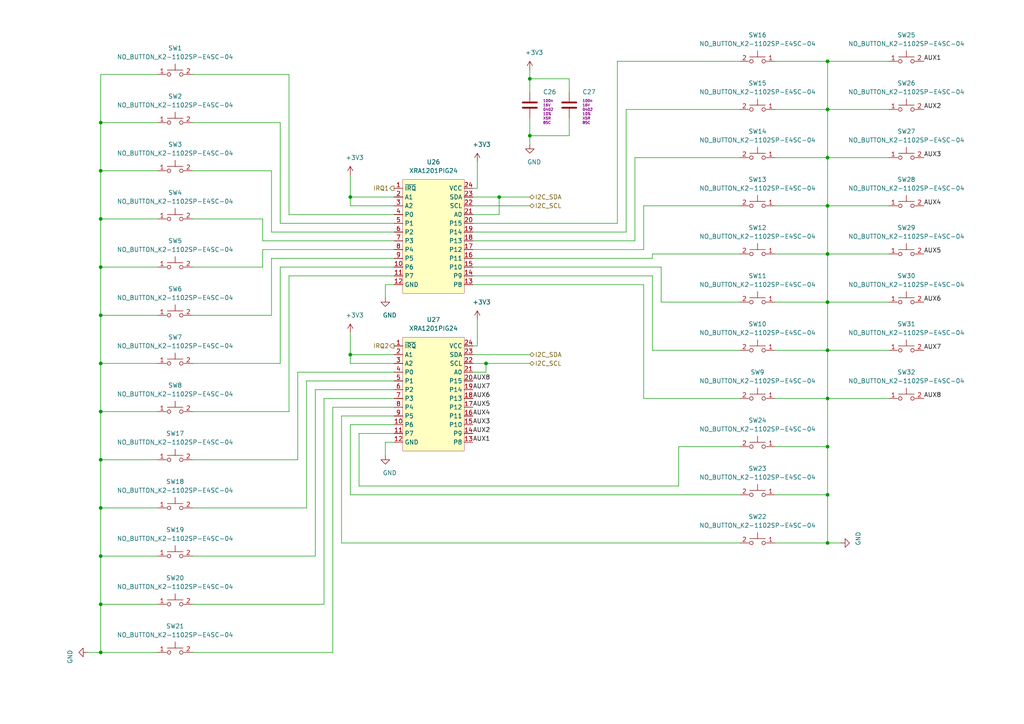
<source format=kicad_sch>
(kicad_sch (version 20201015) (generator eeschema)
  (paper "A4")
  (lib_symbols
    (symbol "jer_Samsung_MLCC_0402:C,100n,16V,0402,10%,X5R,85C" (pin_numbers hide) (pin_names (offset 0.254))
      (property "Reference" "C" (at 0.635 2.54 0))
      (property "P0_Value" "100n" (at 3.302 0.762 0))
      (property "P1_Voltage" "16V" (at 3.302 -0.254 0))
      (property "P2_Package" "0402" (at 3.302 -1.27 0))
      (property "P3_Tolerance" "10%" (at 3.302 -2.286 0))
      (property "P4_Tempco" "X5R" (at 3.302 -3.302 0))
      (property "P5_Maxtemp" "85C" (at 3.302 -4.318 0))
      (symbol "C,100n,16V,0402,10%,X5R,85C_0_1"
        (polyline (pts (xy -2.032 -0.762) (xy 2.032 -0.762)) (stroke (width 0.508)))
        (polyline (pts (xy -2.032 0.762) (xy 2.032 0.762)) (stroke (width 0.508)))
      )
      (symbol "C,100n,16V,0402,10%,X5R,85C_1_1"
        (pin passive line (at 0 3.81 270) (length 2.794) (name "~") (number "1"))
        (pin passive line (at 0 -3.81 90) (length 2.794) (name "~") (number "2"))
      )
    )
    (symbol "jeremy:NO_BUTTON_K2-1102SP-E4SC-04" (pin_names (offset 1.016) hide)
      (property "Reference" "SW" (at 0.635 5.715 0))
      (property "Value" "NO_BUTTON_K2-1102SP-E4SC-04" (at 1.27 -0.635 0))
      (symbol "NO_BUTTON_K2-1102SP-E4SC-04_0_1"
        (circle (center -1.778 2.54) (radius 0.508))
        (circle (center 1.778 2.54) (radius 0.508))
        (polyline (pts (xy -2.286 3.81) (xy 2.286 3.81)))
        (polyline (pts (xy 0 3.81) (xy 0 5.588)))
        (pin passive line (at -5.08 2.54 0) (length 2.54) (name "1") (number "1"))
        (pin passive line (at 5.08 2.54 180) (length 2.54) (name "A") (number "2"))
      )
    )
    (symbol "jeremy:NO_BUTTON_K2-1102SP-E4SC-04_1" (pin_names (offset 1.016) hide)
      (property "Reference" "SW" (at 0.635 5.715 0))
      (property "Value" "NO_BUTTON_K2-1102SP-E4SC-04" (at 1.27 -0.635 0))
      (symbol "NO_BUTTON_K2-1102SP-E4SC-04_1_0_1"
        (circle (center -1.778 2.54) (radius 0.508))
        (circle (center 1.778 2.54) (radius 0.508))
        (polyline (pts (xy -2.286 3.81) (xy 2.286 3.81)))
        (polyline (pts (xy 0 3.81) (xy 0 5.588)))
        (pin passive line (at -5.08 2.54 0) (length 2.54) (name "1") (number "1"))
        (pin passive line (at 5.08 2.54 180) (length 2.54) (name "A") (number "2"))
      )
    )
    (symbol "jeremy:NO_BUTTON_K2-1102SP-E4SC-04_10" (pin_names (offset 1.016) hide)
      (property "Reference" "SW" (at 0.635 5.715 0))
      (property "Value" "NO_BUTTON_K2-1102SP-E4SC-04" (at 1.27 -0.635 0))
      (symbol "NO_BUTTON_K2-1102SP-E4SC-04_10_0_1"
        (circle (center -1.778 2.54) (radius 0.508))
        (circle (center 1.778 2.54) (radius 0.508))
        (polyline (pts (xy -2.286 3.81) (xy 2.286 3.81)))
        (polyline (pts (xy 0 3.81) (xy 0 5.588)))
        (pin passive line (at -5.08 2.54 0) (length 2.54) (name "1") (number "1"))
        (pin passive line (at 5.08 2.54 180) (length 2.54) (name "A") (number "2"))
      )
    )
    (symbol "jeremy:NO_BUTTON_K2-1102SP-E4SC-04_11" (pin_names (offset 1.016) hide)
      (property "Reference" "SW" (at 0.635 5.715 0))
      (property "Value" "NO_BUTTON_K2-1102SP-E4SC-04" (at 1.27 -0.635 0))
      (symbol "NO_BUTTON_K2-1102SP-E4SC-04_11_0_1"
        (circle (center -1.778 2.54) (radius 0.508))
        (circle (center 1.778 2.54) (radius 0.508))
        (polyline (pts (xy -2.286 3.81) (xy 2.286 3.81)))
        (polyline (pts (xy 0 3.81) (xy 0 5.588)))
        (pin passive line (at -5.08 2.54 0) (length 2.54) (name "1") (number "1"))
        (pin passive line (at 5.08 2.54 180) (length 2.54) (name "A") (number "2"))
      )
    )
    (symbol "jeremy:NO_BUTTON_K2-1102SP-E4SC-04_12" (pin_names (offset 1.016) hide)
      (property "Reference" "SW" (at 0.635 5.715 0))
      (property "Value" "NO_BUTTON_K2-1102SP-E4SC-04" (at 1.27 -0.635 0))
      (symbol "NO_BUTTON_K2-1102SP-E4SC-04_12_0_1"
        (circle (center -1.778 2.54) (radius 0.508))
        (circle (center 1.778 2.54) (radius 0.508))
        (polyline (pts (xy -2.286 3.81) (xy 2.286 3.81)))
        (polyline (pts (xy 0 3.81) (xy 0 5.588)))
        (pin passive line (at -5.08 2.54 0) (length 2.54) (name "1") (number "1"))
        (pin passive line (at 5.08 2.54 180) (length 2.54) (name "A") (number "2"))
      )
    )
    (symbol "jeremy:NO_BUTTON_K2-1102SP-E4SC-04_13" (pin_names (offset 1.016) hide)
      (property "Reference" "SW" (at 0.635 5.715 0))
      (property "Value" "NO_BUTTON_K2-1102SP-E4SC-04" (at 1.27 -0.635 0))
      (symbol "NO_BUTTON_K2-1102SP-E4SC-04_13_0_1"
        (circle (center -1.778 2.54) (radius 0.508))
        (circle (center 1.778 2.54) (radius 0.508))
        (polyline (pts (xy -2.286 3.81) (xy 2.286 3.81)))
        (polyline (pts (xy 0 3.81) (xy 0 5.588)))
        (pin passive line (at -5.08 2.54 0) (length 2.54) (name "1") (number "1"))
        (pin passive line (at 5.08 2.54 180) (length 2.54) (name "A") (number "2"))
      )
    )
    (symbol "jeremy:NO_BUTTON_K2-1102SP-E4SC-04_14" (pin_names (offset 1.016) hide)
      (property "Reference" "SW" (at 0.635 5.715 0))
      (property "Value" "NO_BUTTON_K2-1102SP-E4SC-04" (at 1.27 -0.635 0))
      (symbol "NO_BUTTON_K2-1102SP-E4SC-04_14_0_1"
        (circle (center -1.778 2.54) (radius 0.508))
        (circle (center 1.778 2.54) (radius 0.508))
        (polyline (pts (xy -2.286 3.81) (xy 2.286 3.81)))
        (polyline (pts (xy 0 3.81) (xy 0 5.588)))
        (pin passive line (at -5.08 2.54 0) (length 2.54) (name "1") (number "1"))
        (pin passive line (at 5.08 2.54 180) (length 2.54) (name "A") (number "2"))
      )
    )
    (symbol "jeremy:NO_BUTTON_K2-1102SP-E4SC-04_15" (pin_names (offset 1.016) hide)
      (property "Reference" "SW" (at 0.635 5.715 0))
      (property "Value" "NO_BUTTON_K2-1102SP-E4SC-04" (at 1.27 -0.635 0))
      (symbol "NO_BUTTON_K2-1102SP-E4SC-04_15_0_1"
        (circle (center -1.778 2.54) (radius 0.508))
        (circle (center 1.778 2.54) (radius 0.508))
        (polyline (pts (xy -2.286 3.81) (xy 2.286 3.81)))
        (polyline (pts (xy 0 3.81) (xy 0 5.588)))
        (pin passive line (at -5.08 2.54 0) (length 2.54) (name "1") (number "1"))
        (pin passive line (at 5.08 2.54 180) (length 2.54) (name "A") (number "2"))
      )
    )
    (symbol "jeremy:NO_BUTTON_K2-1102SP-E4SC-04_16" (pin_names (offset 1.016) hide)
      (property "Reference" "SW" (at 0.635 5.715 0))
      (property "Value" "NO_BUTTON_K2-1102SP-E4SC-04" (at 1.27 -0.635 0))
      (symbol "NO_BUTTON_K2-1102SP-E4SC-04_16_0_1"
        (circle (center -1.778 2.54) (radius 0.508))
        (circle (center 1.778 2.54) (radius 0.508))
        (polyline (pts (xy -2.286 3.81) (xy 2.286 3.81)))
        (polyline (pts (xy 0 3.81) (xy 0 5.588)))
        (pin passive line (at -5.08 2.54 0) (length 2.54) (name "1") (number "1"))
        (pin passive line (at 5.08 2.54 180) (length 2.54) (name "A") (number "2"))
      )
    )
    (symbol "jeremy:NO_BUTTON_K2-1102SP-E4SC-04_17" (pin_names (offset 1.016) hide)
      (property "Reference" "SW" (at 0.635 5.715 0))
      (property "Value" "NO_BUTTON_K2-1102SP-E4SC-04" (at 1.27 -0.635 0))
      (symbol "NO_BUTTON_K2-1102SP-E4SC-04_17_0_1"
        (circle (center -1.778 2.54) (radius 0.508))
        (circle (center 1.778 2.54) (radius 0.508))
        (polyline (pts (xy -2.286 3.81) (xy 2.286 3.81)))
        (polyline (pts (xy 0 3.81) (xy 0 5.588)))
        (pin passive line (at -5.08 2.54 0) (length 2.54) (name "1") (number "1"))
        (pin passive line (at 5.08 2.54 180) (length 2.54) (name "A") (number "2"))
      )
    )
    (symbol "jeremy:NO_BUTTON_K2-1102SP-E4SC-04_18" (pin_names (offset 1.016) hide)
      (property "Reference" "SW" (at 0.635 5.715 0))
      (property "Value" "NO_BUTTON_K2-1102SP-E4SC-04" (at 1.27 -0.635 0))
      (symbol "NO_BUTTON_K2-1102SP-E4SC-04_18_0_1"
        (circle (center -1.778 2.54) (radius 0.508))
        (circle (center 1.778 2.54) (radius 0.508))
        (polyline (pts (xy -2.286 3.81) (xy 2.286 3.81)))
        (polyline (pts (xy 0 3.81) (xy 0 5.588)))
        (pin passive line (at -5.08 2.54 0) (length 2.54) (name "1") (number "1"))
        (pin passive line (at 5.08 2.54 180) (length 2.54) (name "A") (number "2"))
      )
    )
    (symbol "jeremy:NO_BUTTON_K2-1102SP-E4SC-04_19" (pin_names (offset 1.016) hide)
      (property "Reference" "SW" (at 0.635 5.715 0))
      (property "Value" "NO_BUTTON_K2-1102SP-E4SC-04" (at 1.27 -0.635 0))
      (symbol "NO_BUTTON_K2-1102SP-E4SC-04_19_0_1"
        (circle (center -1.778 2.54) (radius 0.508))
        (circle (center 1.778 2.54) (radius 0.508))
        (polyline (pts (xy -2.286 3.81) (xy 2.286 3.81)))
        (polyline (pts (xy 0 3.81) (xy 0 5.588)))
        (pin passive line (at -5.08 2.54 0) (length 2.54) (name "1") (number "1"))
        (pin passive line (at 5.08 2.54 180) (length 2.54) (name "A") (number "2"))
      )
    )
    (symbol "jeremy:NO_BUTTON_K2-1102SP-E4SC-04_2" (pin_names (offset 1.016) hide)
      (property "Reference" "SW" (at 0.635 5.715 0))
      (property "Value" "NO_BUTTON_K2-1102SP-E4SC-04" (at 1.27 -0.635 0))
      (symbol "NO_BUTTON_K2-1102SP-E4SC-04_2_0_1"
        (circle (center -1.778 2.54) (radius 0.508))
        (circle (center 1.778 2.54) (radius 0.508))
        (polyline (pts (xy -2.286 3.81) (xy 2.286 3.81)))
        (polyline (pts (xy 0 3.81) (xy 0 5.588)))
        (pin passive line (at -5.08 2.54 0) (length 2.54) (name "1") (number "1"))
        (pin passive line (at 5.08 2.54 180) (length 2.54) (name "A") (number "2"))
      )
    )
    (symbol "jeremy:NO_BUTTON_K2-1102SP-E4SC-04_20" (pin_names (offset 1.016) hide)
      (property "Reference" "SW" (at 0.635 5.715 0))
      (property "Value" "NO_BUTTON_K2-1102SP-E4SC-04" (at 1.27 -0.635 0))
      (symbol "NO_BUTTON_K2-1102SP-E4SC-04_20_0_1"
        (circle (center -1.778 2.54) (radius 0.508))
        (circle (center 1.778 2.54) (radius 0.508))
        (polyline (pts (xy -2.286 3.81) (xy 2.286 3.81)))
        (polyline (pts (xy 0 3.81) (xy 0 5.588)))
        (pin passive line (at -5.08 2.54 0) (length 2.54) (name "1") (number "1"))
        (pin passive line (at 5.08 2.54 180) (length 2.54) (name "A") (number "2"))
      )
    )
    (symbol "jeremy:NO_BUTTON_K2-1102SP-E4SC-04_21" (pin_names (offset 1.016) hide)
      (property "Reference" "SW" (at 0.635 5.715 0))
      (property "Value" "NO_BUTTON_K2-1102SP-E4SC-04" (at 1.27 -0.635 0))
      (symbol "NO_BUTTON_K2-1102SP-E4SC-04_21_0_1"
        (circle (center -1.778 2.54) (radius 0.508))
        (circle (center 1.778 2.54) (radius 0.508))
        (polyline (pts (xy -2.286 3.81) (xy 2.286 3.81)))
        (polyline (pts (xy 0 3.81) (xy 0 5.588)))
        (pin passive line (at -5.08 2.54 0) (length 2.54) (name "1") (number "1"))
        (pin passive line (at 5.08 2.54 180) (length 2.54) (name "A") (number "2"))
      )
    )
    (symbol "jeremy:NO_BUTTON_K2-1102SP-E4SC-04_22" (pin_names (offset 1.016) hide)
      (property "Reference" "SW" (at 0.635 5.715 0))
      (property "Value" "NO_BUTTON_K2-1102SP-E4SC-04" (at 1.27 -0.635 0))
      (symbol "NO_BUTTON_K2-1102SP-E4SC-04_22_0_1"
        (circle (center -1.778 2.54) (radius 0.508))
        (circle (center 1.778 2.54) (radius 0.508))
        (polyline (pts (xy -2.286 3.81) (xy 2.286 3.81)))
        (polyline (pts (xy 0 3.81) (xy 0 5.588)))
        (pin passive line (at -5.08 2.54 0) (length 2.54) (name "1") (number "1"))
        (pin passive line (at 5.08 2.54 180) (length 2.54) (name "A") (number "2"))
      )
    )
    (symbol "jeremy:NO_BUTTON_K2-1102SP-E4SC-04_23" (pin_names (offset 1.016) hide)
      (property "Reference" "SW" (at 0.635 5.715 0))
      (property "Value" "NO_BUTTON_K2-1102SP-E4SC-04" (at 1.27 -0.635 0))
      (symbol "NO_BUTTON_K2-1102SP-E4SC-04_23_0_1"
        (circle (center -1.778 2.54) (radius 0.508))
        (circle (center 1.778 2.54) (radius 0.508))
        (polyline (pts (xy -2.286 3.81) (xy 2.286 3.81)))
        (polyline (pts (xy 0 3.81) (xy 0 5.588)))
        (pin passive line (at -5.08 2.54 0) (length 2.54) (name "1") (number "1"))
        (pin passive line (at 5.08 2.54 180) (length 2.54) (name "A") (number "2"))
      )
    )
    (symbol "jeremy:NO_BUTTON_K2-1102SP-E4SC-04_3" (pin_names (offset 1.016) hide)
      (property "Reference" "SW" (at 0.635 5.715 0))
      (property "Value" "NO_BUTTON_K2-1102SP-E4SC-04" (at 1.27 -0.635 0))
      (symbol "NO_BUTTON_K2-1102SP-E4SC-04_3_0_1"
        (circle (center -1.778 2.54) (radius 0.508))
        (circle (center 1.778 2.54) (radius 0.508))
        (polyline (pts (xy -2.286 3.81) (xy 2.286 3.81)))
        (polyline (pts (xy 0 3.81) (xy 0 5.588)))
        (pin passive line (at -5.08 2.54 0) (length 2.54) (name "1") (number "1"))
        (pin passive line (at 5.08 2.54 180) (length 2.54) (name "A") (number "2"))
      )
    )
    (symbol "jeremy:NO_BUTTON_K2-1102SP-E4SC-04_4" (pin_names (offset 1.016) hide)
      (property "Reference" "SW" (at 0.635 5.715 0))
      (property "Value" "NO_BUTTON_K2-1102SP-E4SC-04" (at 1.27 -0.635 0))
      (symbol "NO_BUTTON_K2-1102SP-E4SC-04_4_0_1"
        (circle (center -1.778 2.54) (radius 0.508))
        (circle (center 1.778 2.54) (radius 0.508))
        (polyline (pts (xy -2.286 3.81) (xy 2.286 3.81)))
        (polyline (pts (xy 0 3.81) (xy 0 5.588)))
        (pin passive line (at -5.08 2.54 0) (length 2.54) (name "1") (number "1"))
        (pin passive line (at 5.08 2.54 180) (length 2.54) (name "A") (number "2"))
      )
    )
    (symbol "jeremy:NO_BUTTON_K2-1102SP-E4SC-04_5" (pin_names (offset 1.016) hide)
      (property "Reference" "SW" (at 0.635 5.715 0))
      (property "Value" "NO_BUTTON_K2-1102SP-E4SC-04" (at 1.27 -0.635 0))
      (symbol "NO_BUTTON_K2-1102SP-E4SC-04_5_0_1"
        (circle (center -1.778 2.54) (radius 0.508))
        (circle (center 1.778 2.54) (radius 0.508))
        (polyline (pts (xy -2.286 3.81) (xy 2.286 3.81)))
        (polyline (pts (xy 0 3.81) (xy 0 5.588)))
        (pin passive line (at -5.08 2.54 0) (length 2.54) (name "1") (number "1"))
        (pin passive line (at 5.08 2.54 180) (length 2.54) (name "A") (number "2"))
      )
    )
    (symbol "jeremy:NO_BUTTON_K2-1102SP-E4SC-04_6" (pin_names (offset 1.016) hide)
      (property "Reference" "SW" (at 0.635 5.715 0))
      (property "Value" "NO_BUTTON_K2-1102SP-E4SC-04" (at 1.27 -0.635 0))
      (symbol "NO_BUTTON_K2-1102SP-E4SC-04_6_0_1"
        (circle (center -1.778 2.54) (radius 0.508))
        (circle (center 1.778 2.54) (radius 0.508))
        (polyline (pts (xy -2.286 3.81) (xy 2.286 3.81)))
        (polyline (pts (xy 0 3.81) (xy 0 5.588)))
        (pin passive line (at -5.08 2.54 0) (length 2.54) (name "1") (number "1"))
        (pin passive line (at 5.08 2.54 180) (length 2.54) (name "A") (number "2"))
      )
    )
    (symbol "jeremy:NO_BUTTON_K2-1102SP-E4SC-04_7" (pin_names (offset 1.016) hide)
      (property "Reference" "SW" (at 0.635 5.715 0))
      (property "Value" "NO_BUTTON_K2-1102SP-E4SC-04" (at 1.27 -0.635 0))
      (symbol "NO_BUTTON_K2-1102SP-E4SC-04_7_0_1"
        (circle (center -1.778 2.54) (radius 0.508))
        (circle (center 1.778 2.54) (radius 0.508))
        (polyline (pts (xy -2.286 3.81) (xy 2.286 3.81)))
        (polyline (pts (xy 0 3.81) (xy 0 5.588)))
        (pin passive line (at -5.08 2.54 0) (length 2.54) (name "1") (number "1"))
        (pin passive line (at 5.08 2.54 180) (length 2.54) (name "A") (number "2"))
      )
    )
    (symbol "jeremy:NO_BUTTON_K2-1102SP-E4SC-04_8" (pin_names (offset 1.016) hide)
      (property "Reference" "SW" (at 0.635 5.715 0))
      (property "Value" "NO_BUTTON_K2-1102SP-E4SC-04" (at 1.27 -0.635 0))
      (symbol "NO_BUTTON_K2-1102SP-E4SC-04_8_0_1"
        (circle (center -1.778 2.54) (radius 0.508))
        (circle (center 1.778 2.54) (radius 0.508))
        (polyline (pts (xy -2.286 3.81) (xy 2.286 3.81)))
        (polyline (pts (xy 0 3.81) (xy 0 5.588)))
        (pin passive line (at -5.08 2.54 0) (length 2.54) (name "1") (number "1"))
        (pin passive line (at 5.08 2.54 180) (length 2.54) (name "A") (number "2"))
      )
    )
    (symbol "jeremy:NO_BUTTON_K2-1102SP-E4SC-04_9" (pin_names (offset 1.016) hide)
      (property "Reference" "SW" (at 0.635 5.715 0))
      (property "Value" "NO_BUTTON_K2-1102SP-E4SC-04" (at 1.27 -0.635 0))
      (symbol "NO_BUTTON_K2-1102SP-E4SC-04_9_0_1"
        (circle (center -1.778 2.54) (radius 0.508))
        (circle (center 1.778 2.54) (radius 0.508))
        (polyline (pts (xy -2.286 3.81) (xy 2.286 3.81)))
        (polyline (pts (xy 0 3.81) (xy 0 5.588)))
        (pin passive line (at -5.08 2.54 0) (length 2.54) (name "1") (number "1"))
        (pin passive line (at 5.08 2.54 180) (length 2.54) (name "A") (number "2"))
      )
    )
    (symbol "jeremy:XRA1201PIG24"
      (property "Reference" "U" (at -7.62 16.51 0))
      (property "Value" "XRA1201PIG24" (at 0 -19.05 0))
      (symbol "XRA1201PIG24_0_0"
        (pin unspecified line (at -11.43 12.7 0) (length 2.54) (name "~IRQ") (number "1"))
        (pin unspecified line (at -11.43 10.16 0) (length 2.54) (name "A1") (number "2"))
        (pin unspecified line (at -11.43 7.62 0) (length 2.54) (name "A2") (number "3"))
        (pin unspecified line (at -11.43 5.08 0) (length 2.54) (name "P0") (number "4"))
        (pin unspecified line (at -11.43 2.54 0) (length 2.54) (name "P1") (number "5"))
        (pin unspecified line (at -11.43 0 0) (length 2.54) (name "P2") (number "6"))
        (pin unspecified line (at -11.43 -2.54 0) (length 2.54) (name "P3") (number "7"))
        (pin unspecified line (at -11.43 -5.08 0) (length 2.54) (name "P4") (number "8"))
        (pin unspecified line (at -11.43 -7.62 0) (length 2.54) (name "P5") (number "9"))
        (pin unspecified line (at -11.43 -10.16 0) (length 2.54) (name "P6") (number "10"))
        (pin unspecified line (at -11.43 -12.7 0) (length 2.54) (name "P7") (number "11"))
        (pin unspecified line (at -11.43 -15.24 0) (length 2.54) (name "GND") (number "12"))
        (pin unspecified line (at 11.43 -15.24 180) (length 2.54) (name "P8") (number "13"))
        (pin unspecified line (at 11.43 -12.7 180) (length 2.54) (name "P9") (number "14"))
        (pin unspecified line (at 11.43 -10.16 180) (length 2.54) (name "P10") (number "15"))
        (pin unspecified line (at 11.43 -7.62 180) (length 2.54) (name "P11") (number "16"))
        (pin unspecified line (at 11.43 -5.08 180) (length 2.54) (name "P12") (number "17"))
        (pin unspecified line (at 11.43 -2.54 180) (length 2.54) (name "P13") (number "18"))
        (pin unspecified line (at 11.43 0 180) (length 2.54) (name "P14") (number "19"))
        (pin unspecified line (at 11.43 2.54 180) (length 2.54) (name "P15") (number "20"))
        (pin unspecified line (at 11.43 5.08 180) (length 2.54) (name "A0") (number "21"))
        (pin unspecified line (at 11.43 7.62 180) (length 2.54) (name "SCL") (number "22"))
        (pin unspecified line (at 11.43 10.16 180) (length 2.54) (name "SDA") (number "23"))
        (pin unspecified line (at 11.43 12.7 180) (length 2.54) (name "VCC") (number "24"))
      )
      (symbol "XRA1201PIG24_0_1"
        (rectangle (start -8.89 15.24) (end 8.89 -17.78) (stroke (width 0.001)) (fill (type background)))
      )
    )
    (symbol "power:+3V3" (power) (pin_names (offset 0))
      (property "Value" "+3V3" (at 0 3.556 0))
      (symbol "+3V3_0_1"
        (polyline (pts (xy -0.762 1.27) (xy 0 2.54)))
        (polyline (pts (xy 0 0) (xy 0 2.54)))
        (polyline (pts (xy 0 2.54) (xy 0.762 1.27)))
      )
      (symbol "+3V3_1_1"
        (pin power_in line (at 0 0 90) (length 0) hide (name "+3V3") (number "1"))
      )
    )
    (symbol "power:GND" (power) (pin_names (offset 0))
      (property "Value" "GND" (at 0 -3.81 0))
      (symbol "GND_0_1"
        (polyline (pts (xy 0 0) (xy 0 -1.27) (xy 1.27 -1.27) (xy 0 -2.54) (xy -1.27 -1.27) (xy 0 -1.27)))
      )
      (symbol "GND_1_1"
        (pin power_in line (at 0 0 270) (length 0) hide (name "GND") (number "1"))
      )
    )
  )
  (junction (at 29.21 35.56) (diameter 0.9144))
  (junction (at 29.21 49.53) (diameter 0.9144))
  (junction (at 29.21 63.5) (diameter 0.9144))
  (junction (at 29.21 77.47) (diameter 0.9144))
  (junction (at 29.21 91.44) (diameter 0.9144))
  (junction (at 29.21 105.41) (diameter 0.9144))
  (junction (at 29.21 119.38) (diameter 0.9144))
  (junction (at 29.21 133.35) (diameter 0.9144))
  (junction (at 29.21 147.32) (diameter 0.9144))
  (junction (at 29.21 161.29) (diameter 0.9144))
  (junction (at 29.21 175.26) (diameter 0.9144))
  (junction (at 29.21 189.23) (diameter 0.9144))
  (junction (at 101.6 57.15) (diameter 0.9144))
  (junction (at 101.6 102.87) (diameter 0.9144))
  (junction (at 140.97 105.41) (diameter 0.9144))
  (junction (at 144.78 57.15) (diameter 0.9144))
  (junction (at 153.67 22.86) (diameter 0.9144))
  (junction (at 153.67 39.37) (diameter 0.9144))
  (junction (at 240.03 17.78) (diameter 0.9144))
  (junction (at 240.03 31.75) (diameter 0.9144))
  (junction (at 240.03 45.72) (diameter 0.9144))
  (junction (at 240.03 59.69) (diameter 0.9144))
  (junction (at 240.03 73.66) (diameter 0.9144))
  (junction (at 240.03 87.63) (diameter 0.9144))
  (junction (at 240.03 101.6) (diameter 0.9144))
  (junction (at 240.03 115.57) (diameter 0.9144))
  (junction (at 240.03 129.54) (diameter 0.9144))
  (junction (at 240.03 143.51) (diameter 0.9144))
  (junction (at 240.03 157.48) (diameter 0.9144))
  (wire (pts (xy 25.4 189.23) (xy 29.21 189.23)))
  (wire (pts (xy 29.21 21.59) (xy 29.21 35.56)))
  (wire (pts (xy 29.21 35.56) (xy 29.21 49.53)))
  (wire (pts (xy 29.21 49.53) (xy 29.21 63.5)))
  (wire (pts (xy 29.21 63.5) (xy 29.21 77.47)))
  (wire (pts (xy 29.21 77.47) (xy 29.21 91.44)))
  (wire (pts (xy 29.21 91.44) (xy 29.21 105.41)))
  (wire (pts (xy 29.21 105.41) (xy 29.21 119.38)))
  (wire (pts (xy 29.21 119.38) (xy 29.21 133.35)))
  (wire (pts (xy 29.21 133.35) (xy 29.21 147.32)))
  (wire (pts (xy 29.21 147.32) (xy 29.21 161.29)))
  (wire (pts (xy 29.21 161.29) (xy 29.21 175.26)))
  (wire (pts (xy 29.21 175.26) (xy 29.21 189.23)))
  (wire (pts (xy 29.21 189.23) (xy 45.72 189.23)))
  (wire (pts (xy 45.72 21.59) (xy 29.21 21.59)))
  (wire (pts (xy 45.72 35.56) (xy 29.21 35.56)))
  (wire (pts (xy 45.72 49.53) (xy 29.21 49.53)))
  (wire (pts (xy 45.72 63.5) (xy 29.21 63.5)))
  (wire (pts (xy 45.72 77.47) (xy 29.21 77.47)))
  (wire (pts (xy 45.72 91.44) (xy 29.21 91.44)))
  (wire (pts (xy 45.72 105.41) (xy 29.21 105.41)))
  (wire (pts (xy 45.72 119.38) (xy 29.21 119.38)))
  (wire (pts (xy 45.72 133.35) (xy 29.21 133.35)))
  (wire (pts (xy 45.72 147.32) (xy 29.21 147.32)))
  (wire (pts (xy 45.72 161.29) (xy 29.21 161.29)))
  (wire (pts (xy 45.72 175.26) (xy 29.21 175.26)))
  (wire (pts (xy 76.2 63.5) (xy 55.88 63.5)))
  (wire (pts (xy 76.2 69.85) (xy 76.2 63.5)))
  (wire (pts (xy 76.2 72.39) (xy 76.2 77.47)))
  (wire (pts (xy 76.2 77.47) (xy 55.88 77.47)))
  (wire (pts (xy 78.74 49.53) (xy 55.88 49.53)))
  (wire (pts (xy 78.74 67.31) (xy 78.74 49.53)))
  (wire (pts (xy 78.74 74.93) (xy 78.74 91.44)))
  (wire (pts (xy 78.74 91.44) (xy 55.88 91.44)))
  (wire (pts (xy 81.28 35.56) (xy 55.88 35.56)))
  (wire (pts (xy 81.28 64.77) (xy 81.28 35.56)))
  (wire (pts (xy 81.28 77.47) (xy 81.28 105.41)))
  (wire (pts (xy 81.28 105.41) (xy 55.88 105.41)))
  (wire (pts (xy 83.82 21.59) (xy 55.88 21.59)))
  (wire (pts (xy 83.82 62.23) (xy 83.82 21.59)))
  (wire (pts (xy 83.82 80.01) (xy 83.82 119.38)))
  (wire (pts (xy 83.82 119.38) (xy 55.88 119.38)))
  (wire (pts (xy 86.36 107.95) (xy 86.36 133.35)))
  (wire (pts (xy 86.36 133.35) (xy 55.88 133.35)))
  (wire (pts (xy 88.9 110.49) (xy 88.9 147.32)))
  (wire (pts (xy 88.9 147.32) (xy 55.88 147.32)))
  (wire (pts (xy 91.44 113.03) (xy 91.44 161.29)))
  (wire (pts (xy 91.44 161.29) (xy 55.88 161.29)))
  (wire (pts (xy 93.98 115.57) (xy 93.98 175.26)))
  (wire (pts (xy 93.98 175.26) (xy 55.88 175.26)))
  (wire (pts (xy 96.52 118.11) (xy 96.52 189.23)))
  (wire (pts (xy 96.52 189.23) (xy 55.88 189.23)))
  (wire (pts (xy 99.06 120.65) (xy 99.06 157.48)))
  (wire (pts (xy 99.06 157.48) (xy 214.63 157.48)))
  (wire (pts (xy 101.6 50.8) (xy 101.6 57.15)))
  (wire (pts (xy 101.6 57.15) (xy 101.6 59.69)))
  (wire (pts (xy 101.6 57.15) (xy 114.3 57.15)))
  (wire (pts (xy 101.6 59.69) (xy 114.3 59.69)))
  (wire (pts (xy 101.6 96.52) (xy 101.6 102.87)))
  (wire (pts (xy 101.6 102.87) (xy 101.6 105.41)))
  (wire (pts (xy 101.6 102.87) (xy 114.3 102.87)))
  (wire (pts (xy 101.6 105.41) (xy 114.3 105.41)))
  (wire (pts (xy 101.6 123.19) (xy 101.6 143.51)))
  (wire (pts (xy 101.6 143.51) (xy 214.63 143.51)))
  (wire (pts (xy 104.14 125.73) (xy 104.14 140.97)))
  (wire (pts (xy 104.14 140.97) (xy 196.85 140.97)))
  (wire (pts (xy 111.76 82.55) (xy 114.3 82.55)))
  (wire (pts (xy 111.76 86.36) (xy 111.76 82.55)))
  (wire (pts (xy 111.76 128.27) (xy 114.3 128.27)))
  (wire (pts (xy 111.76 132.08) (xy 111.76 128.27)))
  (wire (pts (xy 114.3 62.23) (xy 83.82 62.23)))
  (wire (pts (xy 114.3 64.77) (xy 81.28 64.77)))
  (wire (pts (xy 114.3 67.31) (xy 78.74 67.31)))
  (wire (pts (xy 114.3 69.85) (xy 76.2 69.85)))
  (wire (pts (xy 114.3 72.39) (xy 76.2 72.39)))
  (wire (pts (xy 114.3 74.93) (xy 78.74 74.93)))
  (wire (pts (xy 114.3 77.47) (xy 81.28 77.47)))
  (wire (pts (xy 114.3 80.01) (xy 83.82 80.01)))
  (wire (pts (xy 114.3 107.95) (xy 86.36 107.95)))
  (wire (pts (xy 114.3 110.49) (xy 88.9 110.49)))
  (wire (pts (xy 114.3 113.03) (xy 91.44 113.03)))
  (wire (pts (xy 114.3 115.57) (xy 93.98 115.57)))
  (wire (pts (xy 114.3 118.11) (xy 96.52 118.11)))
  (wire (pts (xy 114.3 120.65) (xy 99.06 120.65)))
  (wire (pts (xy 114.3 123.19) (xy 101.6 123.19)))
  (wire (pts (xy 114.3 125.73) (xy 104.14 125.73)))
  (wire (pts (xy 137.16 57.15) (xy 144.78 57.15)))
  (wire (pts (xy 137.16 59.69) (xy 153.67 59.69)))
  (wire (pts (xy 137.16 62.23) (xy 144.78 62.23)))
  (wire (pts (xy 137.16 64.77) (xy 179.07 64.77)))
  (wire (pts (xy 137.16 69.85) (xy 184.15 69.85)))
  (wire (pts (xy 137.16 72.39) (xy 186.69 72.39)))
  (wire (pts (xy 137.16 74.93) (xy 189.23 74.93)))
  (wire (pts (xy 137.16 77.47) (xy 191.77 77.47)))
  (wire (pts (xy 137.16 80.01) (xy 189.23 80.01)))
  (wire (pts (xy 137.16 82.55) (xy 186.69 82.55)))
  (wire (pts (xy 137.16 102.87) (xy 153.67 102.87)))
  (wire (pts (xy 137.16 107.95) (xy 140.97 107.95)))
  (wire (pts (xy 138.43 46.99) (xy 138.43 54.61)))
  (wire (pts (xy 138.43 54.61) (xy 137.16 54.61)))
  (wire (pts (xy 138.43 92.71) (xy 138.43 100.33)))
  (wire (pts (xy 138.43 100.33) (xy 137.16 100.33)))
  (wire (pts (xy 140.97 105.41) (xy 137.16 105.41)))
  (wire (pts (xy 140.97 105.41) (xy 153.67 105.41)))
  (wire (pts (xy 140.97 107.95) (xy 140.97 105.41)))
  (wire (pts (xy 144.78 57.15) (xy 144.78 62.23)))
  (wire (pts (xy 144.78 57.15) (xy 153.67 57.15)))
  (wire (pts (xy 153.67 20.32) (xy 153.67 22.86)))
  (wire (pts (xy 153.67 22.86) (xy 153.67 26.67)))
  (wire (pts (xy 153.67 22.86) (xy 165.1 22.86)))
  (wire (pts (xy 153.67 34.29) (xy 153.67 39.37)))
  (wire (pts (xy 153.67 39.37) (xy 153.67 41.91)))
  (wire (pts (xy 165.1 26.67) (xy 165.1 22.86)))
  (wire (pts (xy 165.1 34.29) (xy 165.1 39.37)))
  (wire (pts (xy 165.1 39.37) (xy 153.67 39.37)))
  (wire (pts (xy 179.07 17.78) (xy 214.63 17.78)))
  (wire (pts (xy 179.07 64.77) (xy 179.07 17.78)))
  (wire (pts (xy 181.61 31.75) (xy 181.61 67.31)))
  (wire (pts (xy 181.61 31.75) (xy 214.63 31.75)))
  (wire (pts (xy 181.61 67.31) (xy 137.16 67.31)))
  (wire (pts (xy 184.15 45.72) (xy 214.63 45.72)))
  (wire (pts (xy 184.15 69.85) (xy 184.15 45.72)))
  (wire (pts (xy 186.69 59.69) (xy 214.63 59.69)))
  (wire (pts (xy 186.69 72.39) (xy 186.69 59.69)))
  (wire (pts (xy 186.69 82.55) (xy 186.69 115.57)))
  (wire (pts (xy 186.69 115.57) (xy 214.63 115.57)))
  (wire (pts (xy 189.23 73.66) (xy 214.63 73.66)))
  (wire (pts (xy 189.23 74.93) (xy 189.23 73.66)))
  (wire (pts (xy 189.23 80.01) (xy 189.23 101.6)))
  (wire (pts (xy 189.23 101.6) (xy 214.63 101.6)))
  (wire (pts (xy 191.77 77.47) (xy 191.77 87.63)))
  (wire (pts (xy 191.77 87.63) (xy 214.63 87.63)))
  (wire (pts (xy 196.85 129.54) (xy 214.63 129.54)))
  (wire (pts (xy 196.85 140.97) (xy 196.85 129.54)))
  (wire (pts (xy 224.79 17.78) (xy 240.03 17.78)))
  (wire (pts (xy 224.79 31.75) (xy 240.03 31.75)))
  (wire (pts (xy 224.79 45.72) (xy 240.03 45.72)))
  (wire (pts (xy 224.79 59.69) (xy 240.03 59.69)))
  (wire (pts (xy 224.79 73.66) (xy 240.03 73.66)))
  (wire (pts (xy 224.79 87.63) (xy 240.03 87.63)))
  (wire (pts (xy 224.79 101.6) (xy 240.03 101.6)))
  (wire (pts (xy 224.79 115.57) (xy 240.03 115.57)))
  (wire (pts (xy 224.79 129.54) (xy 240.03 129.54)))
  (wire (pts (xy 224.79 143.51) (xy 240.03 143.51)))
  (wire (pts (xy 224.79 157.48) (xy 240.03 157.48)))
  (wire (pts (xy 240.03 17.78) (xy 240.03 31.75)))
  (wire (pts (xy 240.03 17.78) (xy 257.81 17.78)))
  (wire (pts (xy 240.03 31.75) (xy 240.03 45.72)))
  (wire (pts (xy 240.03 31.75) (xy 257.81 31.75)))
  (wire (pts (xy 240.03 45.72) (xy 240.03 59.69)))
  (wire (pts (xy 240.03 45.72) (xy 257.81 45.72)))
  (wire (pts (xy 240.03 59.69) (xy 240.03 73.66)))
  (wire (pts (xy 240.03 59.69) (xy 257.81 59.69)))
  (wire (pts (xy 240.03 73.66) (xy 240.03 87.63)))
  (wire (pts (xy 240.03 73.66) (xy 257.81 73.66)))
  (wire (pts (xy 240.03 87.63) (xy 240.03 101.6)))
  (wire (pts (xy 240.03 87.63) (xy 257.81 87.63)))
  (wire (pts (xy 240.03 101.6) (xy 240.03 115.57)))
  (wire (pts (xy 240.03 101.6) (xy 257.81 101.6)))
  (wire (pts (xy 240.03 115.57) (xy 240.03 129.54)))
  (wire (pts (xy 240.03 115.57) (xy 257.81 115.57)))
  (wire (pts (xy 240.03 129.54) (xy 240.03 143.51)))
  (wire (pts (xy 240.03 143.51) (xy 240.03 157.48)))
  (wire (pts (xy 240.03 157.48) (xy 243.84 157.48)))
  (label "AUX8" (at 137.16 110.49 0))
  (label "AUX7" (at 137.16 113.03 0))
  (label "AUX6" (at 137.16 115.57 0))
  (label "AUX5" (at 137.16 118.11 0))
  (label "AUX4" (at 137.16 120.65 0))
  (label "AUX3" (at 137.16 123.19 0))
  (label "AUX2" (at 137.16 125.73 0))
  (label "AUX1" (at 137.16 128.27 0))
  (label "AUX1" (at 267.97 17.78 0))
  (label "AUX2" (at 267.97 31.75 0))
  (label "AUX3" (at 267.97 45.72 0))
  (label "AUX4" (at 267.97 59.69 0))
  (label "AUX5" (at 267.97 73.66 0))
  (label "AUX6" (at 267.97 87.63 0))
  (label "AUX7" (at 267.97 101.6 0))
  (label "AUX8" (at 267.97 115.57 0))
  (hierarchical_label "IRQ1" (shape output) (at 114.3 54.61 180))
  (hierarchical_label "IRQ2" (shape output) (at 114.3 100.33 180))
  (hierarchical_label "I2C_SDA" (shape bidirectional) (at 153.67 57.15 0))
  (hierarchical_label "I2C_SCL" (shape bidirectional) (at 153.67 59.69 0))
  (hierarchical_label "I2C_SDA" (shape bidirectional) (at 153.67 102.87 0))
  (hierarchical_label "I2C_SCL" (shape bidirectional) (at 153.67 105.41 0))
  (symbol (lib_id "power:+3V3") (at 101.6 50.8 0) (unit 1)
    (property "Reference" "#PWR0177" (effects hide))
    (property "Value" "+3V3" (at 102.87 45.72 0))
  )
  (symbol (lib_id "power:+3V3") (at 101.6 96.52 0) (unit 1)
    (property "Reference" "#PWR0173" (effects hide))
    (property "Value" "+3V3" (at 102.87 91.44 0))
  )
  (symbol (lib_id "power:+3V3") (at 138.43 46.99 0) (unit 1)
    (property "Reference" "#PWR0181" (effects hide))
    (property "Value" "+3V3" (at 139.7 41.91 0))
  )
  (symbol (lib_id "power:+3V3") (at 138.43 92.71 0) (unit 1)
    (property "Reference" "#PWR0174" (effects hide))
    (property "Value" "+3V3" (at 139.7 87.63 0))
  )
  (symbol (lib_id "power:+3V3") (at 153.67 20.32 0) (unit 1)
    (property "Reference" "#PWR0180" (effects hide))
    (property "Value" "+3V3" (at 154.94 15.24 0))
  )
  (symbol (lib_id "power:GND") (at 25.4 189.23 270) (unit 1)
    (property "Reference" "#PWR0176" (effects hide))
    (property "Value" "GND" (at 20.32 190.5 0))
  )
  (symbol (lib_id "power:GND") (at 111.76 86.36 0) (unit 1)
    (property "Reference" "#PWR0175" (effects hide))
    (property "Value" "GND" (at 113.03 91.44 0))
  )
  (symbol (lib_id "power:GND") (at 111.76 132.08 0) (unit 1)
    (property "Reference" "#PWR0179" (effects hide))
    (property "Value" "GND" (at 113.03 137.16 0))
  )
  (symbol (lib_id "power:GND") (at 153.67 41.91 0) (unit 1)
    (property "Reference" "#PWR0182" (effects hide))
    (property "Value" "GND" (at 154.94 46.99 0))
  )
  (symbol (lib_id "power:GND") (at 243.84 157.48 90) (unit 1)
    (property "Reference" "#PWR0178" (effects hide))
    (property "Value" "GND" (at 248.92 156.21 0))
  )
  (symbol (lib_id "jer_Samsung_MLCC_0402:C,100n,16V,0402,10%,X5R,85C") (at 153.67 30.48 0) (unit 1)
    (property "Reference" "C26" (at 157.48 26.67 0) (effects (justify left)))
    (property "Value" "C,100n,16V,0402,10%,X5R,85C" (effects hide))
    (property "Footprint" "Capacitor_SMD:C_0402_1005Metric" (effects hide))
    (property "P0_Value" "100n" (at 157.48 29.21 0) (effects (font (size 0.762 0.762)) (justify left)))
    (property "P1_Voltage" "16V" (at 157.48 30.48 0) (effects (font (size 0.762 0.762)) (justify left)))
    (property "P2_Package" "0402" (at 157.48 31.75 0) (effects (font (size 0.762 0.762)) (justify left)))
    (property "P3_Tolerance" "10%" (at 157.48 33.02 0) (effects (font (size 0.762 0.762)) (justify left)))
    (property "P4_Tempco" "X5R" (at 157.48 34.29 0) (effects (font (size 0.762 0.762)) (justify left)))
    (property "P5_Maxtemp" "85C" (at 157.48 35.56 0) (effects (font (size 0.762 0.762)) (justify left)))
    (property "MFG" "Samsung" (effects hide))
    (property "MFG PN" "CL05A104KO5NNNC" (effects hide))
    (property "Digikey" "1276-1234-1-ND" (effects hide))
  )
  (symbol (lib_id "jer_Samsung_MLCC_0402:C,100n,16V,0402,10%,X5R,85C") (at 165.1 30.48 0) (unit 1)
    (property "Reference" "C27" (at 168.91 26.67 0) (effects (justify left)))
    (property "Value" "C,100n,16V,0402,10%,X5R,85C" (effects hide))
    (property "Footprint" "Capacitor_SMD:C_0402_1005Metric" (effects hide))
    (property "P0_Value" "100n" (at 168.91 29.21 0) (effects (font (size 0.762 0.762)) (justify left)))
    (property "P1_Voltage" "16V" (at 168.91 30.48 0) (effects (font (size 0.762 0.762)) (justify left)))
    (property "P2_Package" "0402" (at 168.91 31.75 0) (effects (font (size 0.762 0.762)) (justify left)))
    (property "P3_Tolerance" "10%" (at 168.91 33.02 0) (effects (font (size 0.762 0.762)) (justify left)))
    (property "P4_Tempco" "X5R" (at 168.91 34.29 0) (effects (font (size 0.762 0.762)) (justify left)))
    (property "P5_Maxtemp" "85C" (at 168.91 35.56 0) (effects (font (size 0.762 0.762)) (justify left)))
    (property "MFG" "Samsung" (effects hide))
    (property "MFG PN" "CL05A104KO5NNNC" (effects hide))
    (property "Digikey" "1276-1234-1-ND" (effects hide))
  )
  (symbol (lib_name "jeremy:NO_BUTTON_K2-1102SP-E4SC-04_1") (lib_id "jeremy:NO_BUTTON_K2-1102SP-E4SC-04") (at 50.8 24.13 0) (unit 1)
    (property "Reference" "SW1" (at 50.8 13.97 0))
    (property "Value" "NO_BUTTON_K2-1102SP-E4SC-04" (at 50.8 16.51 0))
    (property "Footprint" "Button_Switch_SMD:SW_SPST_PTS645" (effects hide))
    (property "MFG" "Korean Hroparts Elec" (effects hide))
    (property "MFG PN" "K2-1102SP-E4SC-04" (effects hide))
    (property "LCSC" "C136669" (effects hide))
  )
  (symbol (lib_name "jeremy:NO_BUTTON_K2-1102SP-E4SC-04_10") (lib_id "jeremy:NO_BUTTON_K2-1102SP-E4SC-04") (at 50.8 38.1 0) (unit 1)
    (property "Reference" "SW2" (at 50.8 27.94 0))
    (property "Value" "NO_BUTTON_K2-1102SP-E4SC-04" (at 50.8 30.48 0))
    (property "Footprint" "Button_Switch_SMD:SW_SPST_PTS645" (effects hide))
    (property "MFG" "Korean Hroparts Elec" (effects hide))
    (property "MFG PN" "K2-1102SP-E4SC-04" (effects hide))
    (property "LCSC" "C136669" (effects hide))
  )
  (symbol (lib_name "jeremy:NO_BUTTON_K2-1102SP-E4SC-04_9") (lib_id "jeremy:NO_BUTTON_K2-1102SP-E4SC-04") (at 50.8 52.07 0) (unit 1)
    (property "Reference" "SW3" (at 50.8 41.91 0))
    (property "Value" "NO_BUTTON_K2-1102SP-E4SC-04" (at 50.8 44.45 0))
    (property "Footprint" "Button_Switch_SMD:SW_SPST_PTS645" (effects hide))
    (property "MFG" "Korean Hroparts Elec" (effects hide))
    (property "MFG PN" "K2-1102SP-E4SC-04" (effects hide))
    (property "LCSC" "C136669" (effects hide))
  )
  (symbol (lib_name "jeremy:NO_BUTTON_K2-1102SP-E4SC-04_8") (lib_id "jeremy:NO_BUTTON_K2-1102SP-E4SC-04") (at 50.8 66.04 0) (unit 1)
    (property "Reference" "SW4" (at 50.8 55.88 0))
    (property "Value" "NO_BUTTON_K2-1102SP-E4SC-04" (at 50.8 58.42 0))
    (property "Footprint" "Button_Switch_SMD:SW_SPST_PTS645" (effects hide))
    (property "MFG" "Korean Hroparts Elec" (effects hide))
    (property "MFG PN" "K2-1102SP-E4SC-04" (effects hide))
    (property "LCSC" "C136669" (effects hide))
  )
  (symbol (lib_name "jeremy:NO_BUTTON_K2-1102SP-E4SC-04_7") (lib_id "jeremy:NO_BUTTON_K2-1102SP-E4SC-04") (at 50.8 80.01 0) (unit 1)
    (property "Reference" "SW5" (at 50.8 69.85 0))
    (property "Value" "NO_BUTTON_K2-1102SP-E4SC-04" (at 50.8 72.39 0))
    (property "Footprint" "Button_Switch_SMD:SW_SPST_PTS645" (effects hide))
    (property "MFG" "Korean Hroparts Elec" (effects hide))
    (property "MFG PN" "K2-1102SP-E4SC-04" (effects hide))
    (property "LCSC" "C136669" (effects hide))
  )
  (symbol (lib_name "jeremy:NO_BUTTON_K2-1102SP-E4SC-04_11") (lib_id "jeremy:NO_BUTTON_K2-1102SP-E4SC-04") (at 50.8 93.98 0) (unit 1)
    (property "Reference" "SW6" (at 50.8 83.82 0))
    (property "Value" "NO_BUTTON_K2-1102SP-E4SC-04" (at 50.8 86.36 0))
    (property "Footprint" "Button_Switch_SMD:SW_SPST_PTS645" (effects hide))
    (property "MFG" "Korean Hroparts Elec" (effects hide))
    (property "MFG PN" "K2-1102SP-E4SC-04" (effects hide))
    (property "LCSC" "C136669" (effects hide))
  )
  (symbol (lib_name "jeremy:NO_BUTTON_K2-1102SP-E4SC-04_12") (lib_id "jeremy:NO_BUTTON_K2-1102SP-E4SC-04") (at 50.8 107.95 0) (unit 1)
    (property "Reference" "SW7" (at 50.8 97.79 0))
    (property "Value" "NO_BUTTON_K2-1102SP-E4SC-04" (at 50.8 100.33 0))
    (property "Footprint" "Button_Switch_SMD:SW_SPST_PTS645" (effects hide))
    (property "MFG" "Korean Hroparts Elec" (effects hide))
    (property "MFG PN" "K2-1102SP-E4SC-04" (effects hide))
    (property "LCSC" "C136669" (effects hide))
  )
  (symbol (lib_name "jeremy:NO_BUTTON_K2-1102SP-E4SC-04_13") (lib_id "jeremy:NO_BUTTON_K2-1102SP-E4SC-04") (at 50.8 121.92 0) (unit 1)
    (property "Reference" "SW8" (at 50.8 111.76 0))
    (property "Value" "NO_BUTTON_K2-1102SP-E4SC-04" (at 50.8 114.3 0))
    (property "Footprint" "Button_Switch_SMD:SW_SPST_PTS645" (effects hide))
    (property "MFG" "Korean Hroparts Elec" (effects hide))
    (property "MFG PN" "K2-1102SP-E4SC-04" (effects hide))
    (property "LCSC" "C136669" (effects hide))
  )
  (symbol (lib_name "jeremy:NO_BUTTON_K2-1102SP-E4SC-04_17") (lib_id "jeremy:NO_BUTTON_K2-1102SP-E4SC-04") (at 50.8 135.89 0) (unit 1)
    (property "Reference" "SW17" (at 50.8 125.73 0))
    (property "Value" "NO_BUTTON_K2-1102SP-E4SC-04" (at 50.8 128.27 0))
    (property "Footprint" "Button_Switch_SMD:SW_SPST_PTS645" (effects hide))
    (property "MFG" "Korean Hroparts Elec" (effects hide))
    (property "MFG PN" "K2-1102SP-E4SC-04" (effects hide))
    (property "LCSC" "C136669" (effects hide))
  )
  (symbol (lib_name "jeremy:NO_BUTTON_K2-1102SP-E4SC-04_18") (lib_id "jeremy:NO_BUTTON_K2-1102SP-E4SC-04") (at 50.8 149.86 0) (unit 1)
    (property "Reference" "SW18" (at 50.8 139.7 0))
    (property "Value" "NO_BUTTON_K2-1102SP-E4SC-04" (at 50.8 142.24 0))
    (property "Footprint" "Button_Switch_SMD:SW_SPST_PTS645" (effects hide))
    (property "MFG" "Korean Hroparts Elec" (effects hide))
    (property "MFG PN" "K2-1102SP-E4SC-04" (effects hide))
    (property "LCSC" "C136669" (effects hide))
  )
  (symbol (lib_name "jeremy:NO_BUTTON_K2-1102SP-E4SC-04_14") (lib_id "jeremy:NO_BUTTON_K2-1102SP-E4SC-04") (at 50.8 163.83 0) (unit 1)
    (property "Reference" "SW19" (at 50.8 153.67 0))
    (property "Value" "NO_BUTTON_K2-1102SP-E4SC-04" (at 50.8 156.21 0))
    (property "Footprint" "Button_Switch_SMD:SW_SPST_PTS645" (effects hide))
    (property "MFG" "Korean Hroparts Elec" (effects hide))
    (property "MFG PN" "K2-1102SP-E4SC-04" (effects hide))
    (property "LCSC" "C136669" (effects hide))
  )
  (symbol (lib_name "jeremy:NO_BUTTON_K2-1102SP-E4SC-04_15") (lib_id "jeremy:NO_BUTTON_K2-1102SP-E4SC-04") (at 50.8 177.8 0) (unit 1)
    (property "Reference" "SW20" (at 50.8 167.64 0))
    (property "Value" "NO_BUTTON_K2-1102SP-E4SC-04" (at 50.8 170.18 0))
    (property "Footprint" "Button_Switch_SMD:SW_SPST_PTS645" (effects hide))
    (property "MFG" "Korean Hroparts Elec" (effects hide))
    (property "MFG PN" "K2-1102SP-E4SC-04" (effects hide))
    (property "LCSC" "C136669" (effects hide))
  )
  (symbol (lib_name "jeremy:NO_BUTTON_K2-1102SP-E4SC-04_16") (lib_id "jeremy:NO_BUTTON_K2-1102SP-E4SC-04") (at 50.8 191.77 0) (unit 1)
    (property "Reference" "SW21" (at 50.8 181.61 0))
    (property "Value" "NO_BUTTON_K2-1102SP-E4SC-04" (at 50.8 184.15 0))
    (property "Footprint" "Button_Switch_SMD:SW_SPST_PTS645" (effects hide))
    (property "MFG" "Korean Hroparts Elec" (effects hide))
    (property "MFG PN" "K2-1102SP-E4SC-04" (effects hide))
    (property "LCSC" "C136669" (effects hide))
  )
  (symbol (lib_name "jeremy:NO_BUTTON_K2-1102SP-E4SC-04_3") (lib_id "jeremy:NO_BUTTON_K2-1102SP-E4SC-04") (at 219.71 20.32 0) (mirror y) (unit 1)
    (property "Reference" "SW16" (at 219.71 10.16 0))
    (property "Value" "NO_BUTTON_K2-1102SP-E4SC-04" (at 219.71 12.7 0))
    (property "Footprint" "Button_Switch_SMD:SW_SPST_PTS645" (effects hide))
    (property "MFG" "Korean Hroparts Elec" (effects hide))
    (property "MFG PN" "K2-1102SP-E4SC-04" (effects hide))
    (property "LCSC" "C136669" (effects hide))
  )
  (symbol (lib_name "jeremy:NO_BUTTON_K2-1102SP-E4SC-04_2") (lib_id "jeremy:NO_BUTTON_K2-1102SP-E4SC-04") (at 219.71 34.29 0) (mirror y) (unit 1)
    (property "Reference" "SW15" (at 219.71 24.13 0))
    (property "Value" "NO_BUTTON_K2-1102SP-E4SC-04" (at 219.71 26.67 0))
    (property "Footprint" "Button_Switch_SMD:SW_SPST_PTS645" (effects hide))
    (property "MFG" "Korean Hroparts Elec" (effects hide))
    (property "MFG PN" "K2-1102SP-E4SC-04" (effects hide))
    (property "LCSC" "C136669" (effects hide))
  )
  (symbol (lib_name "jeremy:NO_BUTTON_K2-1102SP-E4SC-04_6") (lib_id "jeremy:NO_BUTTON_K2-1102SP-E4SC-04") (at 219.71 48.26 0) (mirror y) (unit 1)
    (property "Reference" "SW14" (at 219.71 38.1 0))
    (property "Value" "NO_BUTTON_K2-1102SP-E4SC-04" (at 219.71 40.64 0))
    (property "Footprint" "Button_Switch_SMD:SW_SPST_PTS645" (effects hide))
    (property "MFG" "Korean Hroparts Elec" (effects hide))
    (property "MFG PN" "K2-1102SP-E4SC-04" (effects hide))
    (property "LCSC" "C136669" (effects hide))
  )
  (symbol (lib_name "jeremy:NO_BUTTON_K2-1102SP-E4SC-04_5") (lib_id "jeremy:NO_BUTTON_K2-1102SP-E4SC-04") (at 219.71 62.23 0) (mirror y) (unit 1)
    (property "Reference" "SW13" (at 219.71 52.07 0))
    (property "Value" "NO_BUTTON_K2-1102SP-E4SC-04" (at 219.71 54.61 0))
    (property "Footprint" "Button_Switch_SMD:SW_SPST_PTS645" (effects hide))
    (property "MFG" "Korean Hroparts Elec" (effects hide))
    (property "MFG PN" "K2-1102SP-E4SC-04" (effects hide))
    (property "LCSC" "C136669" (effects hide))
  )
  (symbol (lib_name "jeremy:NO_BUTTON_K2-1102SP-E4SC-04_4") (lib_id "jeremy:NO_BUTTON_K2-1102SP-E4SC-04") (at 219.71 76.2 0) (mirror y) (unit 1)
    (property "Reference" "SW12" (at 219.71 66.04 0))
    (property "Value" "NO_BUTTON_K2-1102SP-E4SC-04" (at 219.71 68.58 0))
    (property "Footprint" "Button_Switch_SMD:SW_SPST_PTS645" (effects hide))
    (property "MFG" "Korean Hroparts Elec" (effects hide))
    (property "MFG PN" "K2-1102SP-E4SC-04" (effects hide))
    (property "LCSC" "C136669" (effects hide))
  )
  (symbol (lib_name "jeremy:NO_BUTTON_K2-1102SP-E4SC-04_21") (lib_id "jeremy:NO_BUTTON_K2-1102SP-E4SC-04") (at 219.71 90.17 0) (mirror y) (unit 1)
    (property "Reference" "SW11" (at 219.71 80.01 0))
    (property "Value" "NO_BUTTON_K2-1102SP-E4SC-04" (at 219.71 82.55 0))
    (property "Footprint" "Button_Switch_SMD:SW_SPST_PTS645" (effects hide))
    (property "MFG" "Korean Hroparts Elec" (effects hide))
    (property "MFG PN" "K2-1102SP-E4SC-04" (effects hide))
    (property "LCSC" "C136669" (effects hide))
  )
  (symbol (lib_name "jeremy:NO_BUTTON_K2-1102SP-E4SC-04_19") (lib_id "jeremy:NO_BUTTON_K2-1102SP-E4SC-04") (at 219.71 104.14 0) (mirror y) (unit 1)
    (property "Reference" "SW10" (at 219.71 93.98 0))
    (property "Value" "NO_BUTTON_K2-1102SP-E4SC-04" (at 219.71 96.52 0))
    (property "Footprint" "Button_Switch_SMD:SW_SPST_PTS645" (effects hide))
    (property "MFG" "Korean Hroparts Elec" (effects hide))
    (property "MFG PN" "K2-1102SP-E4SC-04" (effects hide))
    (property "LCSC" "C136669" (effects hide))
  )
  (symbol (lib_name "jeremy:NO_BUTTON_K2-1102SP-E4SC-04_20") (lib_id "jeremy:NO_BUTTON_K2-1102SP-E4SC-04") (at 219.71 118.11 0) (mirror y) (unit 1)
    (property "Reference" "SW9" (at 219.71 107.95 0))
    (property "Value" "NO_BUTTON_K2-1102SP-E4SC-04" (at 219.71 110.49 0))
    (property "Footprint" "Button_Switch_SMD:SW_SPST_PTS645" (effects hide))
    (property "MFG" "Korean Hroparts Elec" (effects hide))
    (property "MFG PN" "K2-1102SP-E4SC-04" (effects hide))
    (property "LCSC" "C136669" (effects hide))
  )
  (symbol (lib_name "jeremy:NO_BUTTON_K2-1102SP-E4SC-04_23") (lib_id "jeremy:NO_BUTTON_K2-1102SP-E4SC-04") (at 219.71 132.08 0) (mirror y) (unit 1)
    (property "Reference" "SW24" (at 219.71 121.92 0))
    (property "Value" "NO_BUTTON_K2-1102SP-E4SC-04" (at 219.71 124.46 0))
    (property "Footprint" "Button_Switch_SMD:SW_SPST_PTS645" (effects hide))
    (property "MFG" "Korean Hroparts Elec" (effects hide))
    (property "MFG PN" "K2-1102SP-E4SC-04" (effects hide))
    (property "LCSC" "C136669" (effects hide))
  )
  (symbol (lib_name "jeremy:NO_BUTTON_K2-1102SP-E4SC-04_22") (lib_id "jeremy:NO_BUTTON_K2-1102SP-E4SC-04") (at 219.71 146.05 0) (mirror y) (unit 1)
    (property "Reference" "SW23" (at 219.71 135.89 0))
    (property "Value" "NO_BUTTON_K2-1102SP-E4SC-04" (at 219.71 138.43 0))
    (property "Footprint" "Button_Switch_SMD:SW_SPST_PTS645" (effects hide))
    (property "MFG" "Korean Hroparts Elec" (effects hide))
    (property "MFG PN" "K2-1102SP-E4SC-04" (effects hide))
    (property "LCSC" "C136669" (effects hide))
  )
  (symbol (lib_id "jeremy:NO_BUTTON_K2-1102SP-E4SC-04") (at 219.71 160.02 0) (mirror y) (unit 1)
    (property "Reference" "SW22" (at 219.71 149.86 0))
    (property "Value" "NO_BUTTON_K2-1102SP-E4SC-04" (at 219.71 152.4 0))
    (property "Footprint" "Button_Switch_SMD:SW_SPST_PTS645" (effects hide))
    (property "MFG" "Korean Hroparts Elec" (effects hide))
    (property "MFG PN" "K2-1102SP-E4SC-04" (effects hide))
    (property "LCSC" "C136669" (effects hide))
  )
  (symbol (lib_name "jeremy:NO_BUTTON_K2-1102SP-E4SC-04_1") (lib_id "jeremy:NO_BUTTON_K2-1102SP-E4SC-04") (at 262.89 20.32 0) (unit 1)
    (property "Reference" "SW25" (at 262.89 10.16 0))
    (property "Value" "NO_BUTTON_K2-1102SP-E4SC-04" (at 262.89 12.7 0))
    (property "Footprint" "Button_Switch_SMD:SW_SPST_PTS645" (effects hide))
    (property "MFG" "Korean Hroparts Elec" (effects hide))
    (property "MFG PN" "K2-1102SP-E4SC-04" (effects hide))
    (property "LCSC" "C136669" (effects hide))
  )
  (symbol (lib_name "jeremy:NO_BUTTON_K2-1102SP-E4SC-04_10") (lib_id "jeremy:NO_BUTTON_K2-1102SP-E4SC-04") (at 262.89 34.29 0) (unit 1)
    (property "Reference" "SW26" (at 262.89 24.13 0))
    (property "Value" "NO_BUTTON_K2-1102SP-E4SC-04" (at 262.89 26.67 0))
    (property "Footprint" "Button_Switch_SMD:SW_SPST_PTS645" (effects hide))
    (property "MFG" "Korean Hroparts Elec" (effects hide))
    (property "MFG PN" "K2-1102SP-E4SC-04" (effects hide))
    (property "LCSC" "C136669" (effects hide))
  )
  (symbol (lib_name "jeremy:NO_BUTTON_K2-1102SP-E4SC-04_9") (lib_id "jeremy:NO_BUTTON_K2-1102SP-E4SC-04") (at 262.89 48.26 0) (unit 1)
    (property "Reference" "SW27" (at 262.89 38.1 0))
    (property "Value" "NO_BUTTON_K2-1102SP-E4SC-04" (at 262.89 40.64 0))
    (property "Footprint" "Button_Switch_SMD:SW_SPST_PTS645" (effects hide))
    (property "MFG" "Korean Hroparts Elec" (effects hide))
    (property "MFG PN" "K2-1102SP-E4SC-04" (effects hide))
    (property "LCSC" "C136669" (effects hide))
  )
  (symbol (lib_name "jeremy:NO_BUTTON_K2-1102SP-E4SC-04_8") (lib_id "jeremy:NO_BUTTON_K2-1102SP-E4SC-04") (at 262.89 62.23 0) (unit 1)
    (property "Reference" "SW28" (at 262.89 52.07 0))
    (property "Value" "NO_BUTTON_K2-1102SP-E4SC-04" (at 262.89 54.61 0))
    (property "Footprint" "Button_Switch_SMD:SW_SPST_PTS645" (effects hide))
    (property "MFG" "Korean Hroparts Elec" (effects hide))
    (property "MFG PN" "K2-1102SP-E4SC-04" (effects hide))
    (property "LCSC" "C136669" (effects hide))
  )
  (symbol (lib_name "jeremy:NO_BUTTON_K2-1102SP-E4SC-04_7") (lib_id "jeremy:NO_BUTTON_K2-1102SP-E4SC-04") (at 262.89 76.2 0) (unit 1)
    (property "Reference" "SW29" (at 262.89 66.04 0))
    (property "Value" "NO_BUTTON_K2-1102SP-E4SC-04" (at 262.89 68.58 0))
    (property "Footprint" "Button_Switch_SMD:SW_SPST_PTS645" (effects hide))
    (property "MFG" "Korean Hroparts Elec" (effects hide))
    (property "MFG PN" "K2-1102SP-E4SC-04" (effects hide))
    (property "LCSC" "C136669" (effects hide))
  )
  (symbol (lib_name "jeremy:NO_BUTTON_K2-1102SP-E4SC-04_11") (lib_id "jeremy:NO_BUTTON_K2-1102SP-E4SC-04") (at 262.89 90.17 0) (unit 1)
    (property "Reference" "SW30" (at 262.89 80.01 0))
    (property "Value" "NO_BUTTON_K2-1102SP-E4SC-04" (at 262.89 82.55 0))
    (property "Footprint" "Button_Switch_SMD:SW_SPST_PTS645" (effects hide))
    (property "MFG" "Korean Hroparts Elec" (effects hide))
    (property "MFG PN" "K2-1102SP-E4SC-04" (effects hide))
    (property "LCSC" "C136669" (effects hide))
  )
  (symbol (lib_name "jeremy:NO_BUTTON_K2-1102SP-E4SC-04_13") (lib_id "jeremy:NO_BUTTON_K2-1102SP-E4SC-04") (at 262.89 104.14 0) (unit 1)
    (property "Reference" "SW31" (at 262.89 93.98 0))
    (property "Value" "NO_BUTTON_K2-1102SP-E4SC-04" (at 262.89 96.52 0))
    (property "Footprint" "Button_Switch_SMD:SW_SPST_PTS645" (effects hide))
    (property "MFG" "Korean Hroparts Elec" (effects hide))
    (property "MFG PN" "K2-1102SP-E4SC-04" (effects hide))
    (property "LCSC" "C136669" (effects hide))
  )
  (symbol (lib_name "jeremy:NO_BUTTON_K2-1102SP-E4SC-04_13") (lib_id "jeremy:NO_BUTTON_K2-1102SP-E4SC-04") (at 262.89 118.11 0) (unit 1)
    (property "Reference" "SW32" (at 262.89 107.95 0))
    (property "Value" "NO_BUTTON_K2-1102SP-E4SC-04" (at 262.89 110.49 0))
    (property "Footprint" "Button_Switch_SMD:SW_SPST_PTS645" (effects hide))
    (property "MFG" "Korean Hroparts Elec" (effects hide))
    (property "MFG PN" "K2-1102SP-E4SC-04" (effects hide))
    (property "LCSC" "C136669" (effects hide))
  )
  (symbol (lib_id "jeremy:XRA1201PIG24") (at 125.73 67.31 0) (unit 1)
    (property "Reference" "U26" (at 125.73 46.99 0))
    (property "Value" "XRA1201PIG24" (at 125.73 49.53 0))
    (property "Footprint" "Package_SO:TSSOP-24_4.4x7.8mm_P0.65mm" (effects hide))
    (property "MFG" "Exar/MaxLinear" (effects hide))
    (property "MFG PN" "XRA1201PIG24" (effects hide))
    (property "Digikey" "XRA1201PIG24TR-F-ND" (effects hide))
    (property "Mouser" "701-XRA1201PIG24TR-F" (effects hide))
    (property "LCSC" "C517989" (effects hide))
  )
  (symbol (lib_id "jeremy:XRA1201PIG24") (at 125.73 113.03 0) (unit 1)
    (property "Reference" "U27" (at 125.73 92.71 0))
    (property "Value" "XRA1201PIG24" (at 125.73 95.25 0))
    (property "Footprint" "Package_SO:TSSOP-24_4.4x7.8mm_P0.65mm" (effects hide))
    (property "MFG" "Exar/MaxLinear" (effects hide))
    (property "MFG PN" "XRA1201PIG24" (effects hide))
    (property "Digikey" "XRA1201PIG24TR-F-ND" (effects hide))
    (property "Mouser" "701-XRA1201PIG24TR-F" (effects hide))
    (property "LCSC" "C517989" (effects hide))
  )
)
</source>
